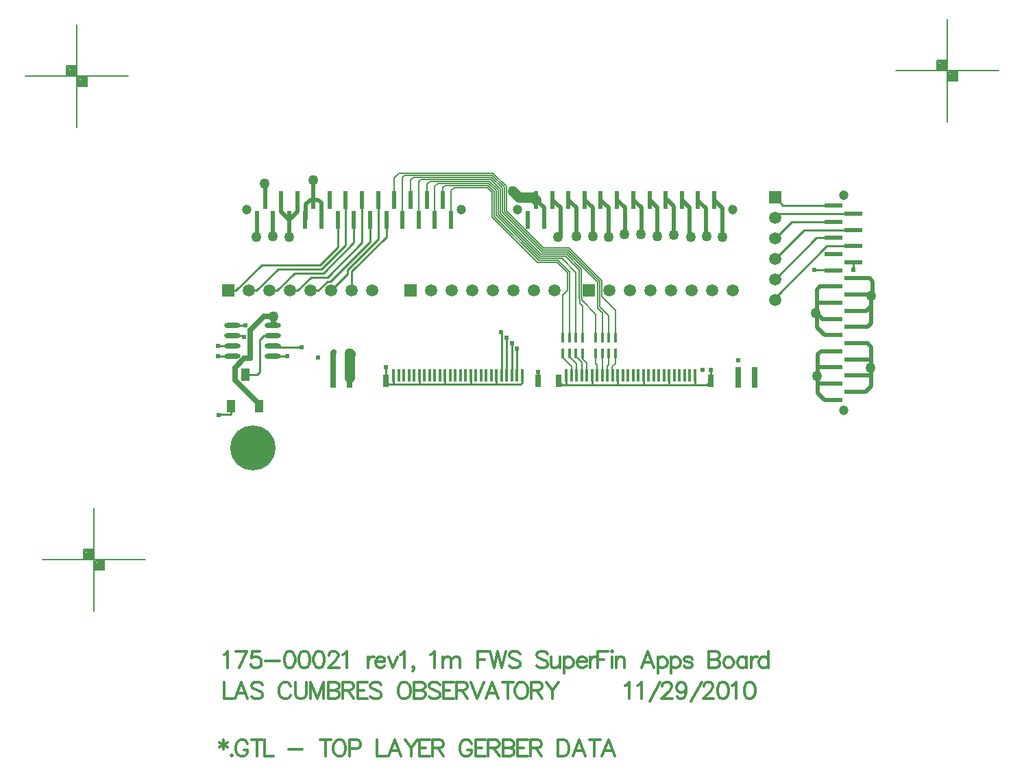
<source format=gtl>
%FSLAX23Y23*%
%MOIN*%
G70*
G01*
G75*
G04 Layer_Physical_Order=1*
G04 Layer_Color=255*
%ADD10O,0.079X0.024*%
%ADD11R,0.017X0.045*%
%ADD12R,0.014X0.060*%
%ADD13R,0.030X0.100*%
%ADD14R,0.031X0.060*%
%ADD15R,0.022X0.085*%
%ADD16R,0.039X0.059*%
%ADD17R,0.085X0.022*%
%ADD18C,0.020*%
%ADD19C,0.010*%
%ADD20C,0.025*%
%ADD21C,0.050*%
%ADD22C,0.005*%
%ADD23C,0.012*%
%ADD24C,0.008*%
%ADD25C,0.012*%
%ADD26C,0.012*%
%ADD27C,0.059*%
%ADD28R,0.059X0.059*%
%ADD29R,0.059X0.059*%
%ADD30C,0.047*%
%ADD31C,0.219*%
%ADD32C,0.050*%
%ADD33C,0.024*%
D10*
X31396Y18696D02*
D03*
Y18746D02*
D03*
Y18796D02*
D03*
Y18846D02*
D03*
X31199Y18696D02*
D03*
Y18746D02*
D03*
Y18796D02*
D03*
Y18846D02*
D03*
D11*
X32807Y18786D02*
D03*
X32839D02*
D03*
X32870D02*
D03*
X32902D02*
D03*
Y18710D02*
D03*
X32870D02*
D03*
X32839D02*
D03*
X32807D02*
D03*
X32967Y18786D02*
D03*
X32999D02*
D03*
X33030D02*
D03*
X33062D02*
D03*
Y18710D02*
D03*
X33030D02*
D03*
X32999D02*
D03*
X32967D02*
D03*
D12*
X31983Y18603D02*
D03*
X32008D02*
D03*
X32033D02*
D03*
X32058D02*
D03*
X32083D02*
D03*
X32108D02*
D03*
X32158D02*
D03*
X32183D02*
D03*
X32208D02*
D03*
X32233D02*
D03*
X32258D02*
D03*
X32283D02*
D03*
X32308D02*
D03*
X32333D02*
D03*
X32358D02*
D03*
X32383D02*
D03*
X32408D02*
D03*
X32433D02*
D03*
X32458D02*
D03*
X32483D02*
D03*
X32508D02*
D03*
X32533D02*
D03*
X32558D02*
D03*
X32583D02*
D03*
X32608D02*
D03*
X32824Y18602D02*
D03*
X32849D02*
D03*
X32874D02*
D03*
X32899D02*
D03*
X32924D02*
D03*
X32949D02*
D03*
X32974D02*
D03*
X32999D02*
D03*
X33024D02*
D03*
X33049D02*
D03*
X33074D02*
D03*
X33099D02*
D03*
X33124D02*
D03*
X33149D02*
D03*
X33174D02*
D03*
X33199D02*
D03*
X33224D02*
D03*
X33249D02*
D03*
X33274D02*
D03*
X33299D02*
D03*
X33324D02*
D03*
X33349D02*
D03*
X33374D02*
D03*
X33399D02*
D03*
X33424D02*
D03*
X33449D02*
D03*
X32133Y18603D02*
D03*
D13*
X31691Y18593D02*
D03*
X31770D02*
D03*
X33740Y18593D02*
D03*
X33661D02*
D03*
D14*
X33526Y18575D02*
D03*
X32786D02*
D03*
X31946D02*
D03*
X32686D02*
D03*
D15*
X31515Y19458D02*
D03*
X31554Y19361D02*
D03*
X31594Y19458D02*
D03*
X31633Y19361D02*
D03*
X31673Y19458D02*
D03*
X31712Y19361D02*
D03*
X31751Y19458D02*
D03*
X31791Y19361D02*
D03*
X31830Y19458D02*
D03*
X31869Y19361D02*
D03*
X31909Y19458D02*
D03*
X31948Y19361D02*
D03*
X31987Y19458D02*
D03*
X32027Y19361D02*
D03*
X32066Y19458D02*
D03*
X32106Y19361D02*
D03*
X32145Y19458D02*
D03*
X32184Y19361D02*
D03*
X32224Y19458D02*
D03*
X32263Y19361D02*
D03*
X31436Y19458D02*
D03*
X31358D02*
D03*
X31476Y19361D02*
D03*
X31397D02*
D03*
X31318D02*
D03*
X32834Y19458D02*
D03*
X32873Y19361D02*
D03*
X32913Y19458D02*
D03*
X32952Y19361D02*
D03*
X32991Y19458D02*
D03*
X33031Y19361D02*
D03*
X33070Y19458D02*
D03*
X33110Y19361D02*
D03*
X33149Y19458D02*
D03*
X33188Y19361D02*
D03*
X33228Y19458D02*
D03*
X33267Y19361D02*
D03*
X33306Y19458D02*
D03*
X33346Y19361D02*
D03*
X33385Y19458D02*
D03*
X33424Y19361D02*
D03*
X33464Y19458D02*
D03*
X33503Y19361D02*
D03*
X33543Y19458D02*
D03*
X33582Y19361D02*
D03*
X32755Y19458D02*
D03*
X32676D02*
D03*
X32795Y19361D02*
D03*
X32716D02*
D03*
X32637D02*
D03*
D16*
X31193Y18454D02*
D03*
X31262Y18608D02*
D03*
X31331Y18454D02*
D03*
D17*
X34221Y19233D02*
D03*
X34124Y19193D02*
D03*
X34221Y19154D02*
D03*
X34124Y19114D02*
D03*
X34221Y19075D02*
D03*
X34124Y19036D02*
D03*
X34221Y18996D02*
D03*
X34124Y18957D02*
D03*
X34221Y18918D02*
D03*
X34124Y18878D02*
D03*
X34221Y18839D02*
D03*
X34124Y18799D02*
D03*
X34221Y18760D02*
D03*
X34124Y18721D02*
D03*
X34221Y18681D02*
D03*
X34124Y18642D02*
D03*
X34221Y18603D02*
D03*
X34124Y18563D02*
D03*
X34221Y18524D02*
D03*
X34124Y18484D02*
D03*
X34221Y19311D02*
D03*
Y19390D02*
D03*
X34124Y19272D02*
D03*
Y19351D02*
D03*
Y19429D02*
D03*
D18*
X33543Y19458D02*
X33582Y19418D01*
Y19276D02*
Y19418D01*
X33464Y19454D02*
Y19458D01*
Y19454D02*
X33503Y19415D01*
X33502Y19286D02*
X33503Y19287D01*
Y19361D01*
Y19415D01*
X33385Y19458D02*
X33424Y19419D01*
X33422Y19286D02*
X33424Y19288D01*
Y19361D01*
Y19419D01*
X33306Y19458D02*
X33315D01*
X33346Y19287D02*
X33347Y19286D01*
X33315Y19458D02*
X33346Y19427D01*
Y19287D02*
Y19361D01*
Y19427D01*
X33228Y19458D02*
X33267Y19419D01*
Y19286D02*
X33267Y19286D01*
X33267Y19286D02*
Y19361D01*
Y19419D01*
X33149Y19458D02*
X33188Y19419D01*
X33187Y19291D02*
X33188Y19292D01*
Y19361D01*
Y19419D01*
X33070Y19458D02*
X33110Y19419D01*
X33107Y19291D02*
X33110Y19293D01*
Y19361D01*
Y19419D01*
X32991Y19458D02*
X33031Y19419D01*
Y19287D02*
Y19361D01*
Y19419D01*
X32913Y19458D02*
X32952Y19419D01*
Y19281D02*
X32952Y19281D01*
X32952Y19281D02*
Y19361D01*
Y19419D01*
X32834Y19458D02*
X32873Y19419D01*
X32872Y19281D02*
X32873Y19282D01*
Y19361D01*
Y19419D01*
X32755Y19458D02*
X32795Y19419D01*
Y19288D02*
Y19361D01*
Y19419D01*
X32676Y19458D02*
X32716Y19419D01*
Y19361D02*
Y19419D01*
X34307Y18991D02*
X34312Y18996D01*
Y19061D01*
X34221Y19075D02*
X34298D01*
X34312Y19061D01*
X34221Y18996D02*
X34302D01*
X34307Y18991D01*
X34221Y18918D02*
X34284D01*
X34221Y18839D02*
X34290D01*
X34307Y18856D01*
X34284Y18918D02*
X34307Y18941D01*
Y18856D02*
Y18941D01*
Y18991D01*
X34079Y18799D02*
X34124D01*
X34042Y18836D02*
X34079Y18799D01*
X34057Y19036D02*
X34124D01*
X34042Y19021D02*
X34057Y19036D01*
X34043Y18957D02*
X34124D01*
X34042Y18956D02*
X34043Y18957D01*
X34042Y18956D02*
Y19021D01*
X34070Y18878D02*
X34124D01*
X34042Y18906D02*
X34070Y18878D01*
X34042Y18836D02*
Y18906D01*
Y18956D01*
X34079Y18484D02*
X34124D01*
X34047Y18516D02*
X34079Y18484D01*
X34062Y18721D02*
X34124D01*
X34047Y18706D02*
X34062Y18721D01*
X34048Y18642D02*
X34124D01*
X34047Y18641D02*
Y18706D01*
Y18641D02*
X34048Y18642D01*
X34050Y18563D02*
X34124D01*
X34047Y18516D02*
Y18561D01*
Y18641D01*
Y18561D02*
X34050Y18563D01*
X34221Y18524D02*
X34280D01*
X34307Y18551D01*
X34221Y18760D02*
X34288D01*
X34307Y18741D01*
X34221Y18681D02*
X34303D01*
X34307Y18686D02*
Y18741D01*
X34303Y18681D02*
X34307Y18686D01*
X34221Y18603D02*
X34300D01*
X34307Y18596D01*
Y18551D02*
Y18596D01*
Y18686D01*
X31397Y19281D02*
Y19361D01*
Y19281D02*
X31397Y19281D01*
X31318Y19277D02*
Y19361D01*
X31317Y19276D02*
X31318Y19277D01*
X31358Y19458D02*
Y19536D01*
X31357Y19536D02*
X31358Y19536D01*
X31475Y19276D02*
Y19361D01*
X31515Y19401D02*
Y19458D01*
X31475Y19361D02*
X31476Y19361D01*
X31515Y19401D01*
X31436D02*
X31476Y19361D01*
X31436Y19401D02*
Y19458D01*
X31594Y19458D02*
Y19554D01*
X31594Y19458D02*
X31594Y19458D01*
X31594Y19458D02*
X31616D01*
X31632Y19442D01*
Y19362D02*
Y19442D01*
Y19362D02*
X31633Y19361D01*
X31578Y19458D02*
X31594D01*
X31556Y19436D02*
X31578Y19458D01*
X31556Y19363D02*
Y19436D01*
X31554Y19361D02*
X31556Y19363D01*
X32782Y19276D02*
X32795Y19288D01*
X33422Y19286D02*
X33431Y19277D01*
X33502Y19286D02*
X33507Y19281D01*
D19*
X33838Y19469D02*
X33877Y19429D01*
X34124D01*
X33859Y19390D02*
X34221D01*
X33838Y19369D02*
X33859Y19390D01*
X33920Y19351D02*
X34124D01*
X33838Y19269D02*
X33920Y19351D01*
X33980Y19311D02*
X34221D01*
X33838Y19169D02*
X33980Y19311D01*
X34041Y19272D02*
X34124D01*
X33838Y19069D02*
X34041Y19272D01*
X34089Y19233D02*
X34221D01*
X33838Y18981D02*
X34089Y19233D01*
X33838Y18969D02*
Y18981D01*
X31948Y19277D02*
Y19361D01*
X31780Y19016D02*
Y19109D01*
X31948Y19277D01*
X31909Y19266D02*
Y19458D01*
X31760Y19117D02*
X31909Y19266D01*
X31760Y19096D02*
Y19117D01*
X31680Y19016D02*
X31760Y19096D01*
X31869Y19254D02*
Y19361D01*
X31662Y19061D02*
X31675D01*
X31617Y19016D02*
X31662Y19061D01*
X31580Y19016D02*
X31617D01*
X31675Y19061D02*
X31869Y19254D01*
X31830Y19249D02*
Y19458D01*
X31582Y19081D02*
X31662D01*
X31517Y19016D02*
X31582Y19081D01*
X31480Y19016D02*
X31517D01*
X31662Y19081D02*
X31830Y19249D01*
X31791Y19249D02*
Y19361D01*
X31502Y19101D02*
X31642D01*
X31417Y19016D02*
X31502Y19101D01*
X31380Y19016D02*
X31417D01*
X31642Y19101D02*
X31791Y19249D01*
X31751Y19238D02*
Y19458D01*
X31422Y19121D02*
X31634D01*
X31317Y19016D02*
X31422Y19121D01*
X31280Y19016D02*
X31317D01*
X31634Y19121D02*
X31751Y19238D01*
X31712Y19227D02*
Y19361D01*
X31625Y19141D02*
X31712Y19227D01*
X31342Y19141D02*
X31625D01*
X31217Y19016D02*
X31342Y19141D01*
X31180Y19016D02*
X31217D01*
X31199Y18846D02*
X31262D01*
X31252Y18796D02*
X31257Y18791D01*
X31199Y18796D02*
X31252D01*
X31401Y18741D02*
X31537D01*
X31396Y18746D02*
X31401Y18741D01*
X31396Y18696D02*
X31467D01*
X31352Y18796D02*
X31396D01*
X31332Y18776D02*
X31352Y18796D01*
X33525Y18575D02*
Y18631D01*
X33525Y18631D01*
X33507Y18557D02*
X33525Y18575D01*
X32785D02*
X32803Y18557D01*
X32823Y18559D02*
Y18603D01*
X32803Y18557D02*
X32825D01*
X32823Y18559D02*
X32825Y18557D01*
X32948Y18558D02*
Y18603D01*
X32825Y18557D02*
X32947D01*
X32948Y18558D01*
X33073Y18558D02*
Y18603D01*
X32947Y18557D02*
X33074D01*
X33073Y18558D02*
X33074Y18557D01*
X33198Y18559D02*
Y18603D01*
X33074Y18557D02*
X33196D01*
X33198Y18559D01*
X33323Y18559D02*
Y18603D01*
X33196Y18557D02*
X33325D01*
X33323Y18559D02*
X33325Y18557D01*
X33448Y18559D02*
Y18603D01*
X33325Y18557D02*
X33450D01*
X33507D01*
X33448Y18559D02*
X33450Y18557D01*
X32685Y18621D02*
X32685Y18621D01*
X31128Y18746D02*
X31199D01*
X31130Y18696D02*
X31199D01*
X31129Y18695D02*
X31130Y18696D01*
X31135Y18414D02*
X31193D01*
X31132Y18411D02*
X31135Y18414D01*
X31332Y18621D02*
Y18776D01*
X31262Y18608D02*
X31319D01*
X31332Y18621D01*
X31193Y18414D02*
Y18454D01*
X34220Y19115D02*
Y19153D01*
X34221Y19154D01*
X34030Y19116D02*
X34123D01*
X34124Y19114D01*
X32583Y18603D02*
Y18732D01*
X32583Y18732D02*
X32583Y18732D01*
X32558Y18603D02*
Y18759D01*
X32558Y18759D02*
X32558Y18759D01*
X32533Y18603D02*
Y18785D01*
X32534Y18786D01*
X32508Y18603D02*
Y18812D01*
X32507Y18813D02*
X32508Y18812D01*
X32608Y18602D02*
X32608Y18603D01*
X32600Y18560D02*
X32608Y18567D01*
Y18602D01*
X31945Y18575D02*
X31960Y18560D01*
X31945Y18575D02*
Y18643D01*
X31983Y18560D02*
Y18603D01*
X31960Y18560D02*
X31983D01*
X32600D01*
X31983D02*
X31983Y18560D01*
X32108D02*
Y18603D01*
X32233Y18560D02*
Y18603D01*
X32358Y18560D02*
Y18603D01*
X32483Y18560D02*
Y18603D01*
X32686Y18575D02*
Y18620D01*
X32685Y18621D02*
X32686Y18620D01*
D20*
X31398Y18848D02*
Y18889D01*
X31396Y18846D02*
X31398Y18848D01*
X31372Y18889D02*
X31398D01*
X31371Y18890D02*
X31372Y18889D01*
X31352Y18890D02*
X31371D01*
X31287Y18824D02*
X31352Y18890D01*
X31287Y18685D02*
Y18824D01*
X31257Y18685D02*
X31287D01*
X31212Y18640D02*
X31257Y18685D01*
X31212Y18581D02*
X31331Y18462D01*
Y18454D02*
Y18462D01*
X31212Y18581D02*
Y18640D01*
X31691Y18593D02*
Y18712D01*
X31694Y18715D01*
D21*
X32664Y19471D02*
X32676Y19458D01*
X32592Y19471D02*
X32664D01*
X32564Y19499D02*
X32592Y19471D01*
X31770Y18593D02*
Y18706D01*
X31772Y18708D01*
X31771Y18709D02*
X31772Y18708D01*
X31771Y18709D02*
Y18710D01*
D22*
X31987Y19458D02*
Y19564D01*
X32011Y19588D01*
X32467D01*
X32532Y19403D02*
Y19523D01*
Y19403D02*
X32713Y19222D01*
X32837D01*
X32995Y19064D01*
Y18988D02*
Y19064D01*
Y18988D02*
X33062Y18921D01*
Y18786D02*
Y18921D01*
X32467Y19588D02*
X32532Y19523D01*
X32027Y19361D02*
Y19568D01*
X32036Y19578D01*
X32522Y19399D02*
Y19519D01*
X32709Y19212D02*
X32833D01*
X32985Y19060D01*
Y18937D02*
Y19060D01*
Y18937D02*
X33030Y18892D01*
Y18786D02*
Y18892D01*
X32036Y19578D02*
X32463D01*
X32522Y19519D01*
Y19399D02*
X32709Y19212D01*
X32066Y19458D02*
Y19554D01*
X32080Y19568D01*
X32459D01*
X32705Y19202D02*
X32829D01*
X32975Y19055D01*
Y18931D02*
Y19055D01*
Y18931D02*
X32999Y18908D01*
Y18786D02*
Y18908D01*
X32459Y19568D02*
X32512Y19515D01*
Y19395D02*
Y19515D01*
Y19395D02*
X32705Y19202D01*
X32106Y19361D02*
Y19548D01*
X32115Y19558D01*
X32455D01*
X32502Y19390D02*
Y19511D01*
X32700Y19192D02*
X32825D01*
X32895Y18982D02*
Y19121D01*
Y18982D02*
X32898Y18979D01*
Y18970D02*
Y18979D01*
Y18970D02*
X32967Y18901D01*
Y18786D02*
Y18901D01*
X32455Y19558D02*
X32502Y19511D01*
Y19390D02*
X32700Y19192D01*
X32825D02*
X32895Y19121D01*
X32145Y19458D02*
Y19533D01*
X32159Y19548D01*
X32451D01*
X32492Y19386D02*
Y19507D01*
X32820Y19182D02*
X32885Y19117D01*
Y18978D02*
Y19117D01*
Y18978D02*
X32888Y18975D01*
Y18952D02*
X32902Y18939D01*
Y18786D02*
Y18939D01*
X32451Y19548D02*
X32492Y19507D01*
Y19386D02*
X32696Y19182D01*
X32820D01*
X32888Y18952D02*
Y18975D01*
X32184Y19361D02*
Y19524D01*
X32198Y19538D01*
X32447D01*
X32482Y19382D02*
Y19503D01*
X32692Y19172D02*
X32802D01*
X32870Y19104D01*
Y18786D02*
Y19104D01*
X32447Y19538D02*
X32482Y19503D01*
Y19382D02*
X32692Y19172D01*
X32224Y19458D02*
Y19517D01*
X32233Y19527D01*
X32270D01*
X32271Y19528D01*
X32442D01*
X32472Y19378D02*
Y19498D01*
X32688Y19162D02*
X32783D01*
X32839Y19106D01*
Y18786D02*
Y19106D01*
X32442Y19528D02*
X32472Y19498D01*
Y19378D02*
X32688Y19162D01*
X32263Y19361D02*
Y19502D01*
X32279Y19518D01*
X32438D01*
X32462Y19494D01*
Y19374D02*
Y19494D01*
X32829Y19016D02*
Y19102D01*
X32807Y18994D02*
X32829Y19016D01*
X32807Y18786D02*
Y18994D01*
X32462Y19374D02*
X32684Y19152D01*
X32779D01*
X32829Y19102D01*
X33062Y18659D02*
Y18710D01*
X33047Y18645D02*
X33062Y18659D01*
X33047Y18603D02*
Y18645D01*
Y18603D02*
X33049Y18602D01*
X33030Y18655D02*
Y18710D01*
X33023Y18648D02*
X33030Y18655D01*
X33023Y18602D02*
Y18648D01*
Y18602D02*
X33024Y18602D01*
X32999Y18602D02*
Y18710D01*
X32999Y18602D02*
X32999Y18602D01*
X32967Y18659D02*
Y18710D01*
X32974Y18602D02*
Y18652D01*
X32967Y18659D02*
X32974Y18652D01*
X32902Y18684D02*
Y18710D01*
X32924Y18602D02*
Y18662D01*
X32902Y18684D02*
X32924Y18662D01*
X32870Y18696D02*
Y18710D01*
X32899Y18602D02*
Y18667D01*
X32870Y18696D02*
X32899Y18667D01*
X32839Y18694D02*
Y18710D01*
X32874Y18602D02*
Y18659D01*
X32839Y18694D02*
X32874Y18659D01*
X32807Y18689D02*
Y18710D01*
X32849Y18602D02*
Y18647D01*
X32807Y18689D02*
X32849Y18647D01*
D23*
X31156Y16829D02*
Y16783D01*
X31137Y16817D02*
X31175Y16794D01*
Y16817D02*
X31137Y16794D01*
X31196Y16756D02*
X31192Y16753D01*
X31196Y16749D01*
X31199Y16753D01*
X31196Y16756D01*
X31274Y16810D02*
X31270Y16817D01*
X31263Y16825D01*
X31255Y16829D01*
X31240D01*
X31232Y16825D01*
X31224Y16817D01*
X31221Y16810D01*
X31217Y16798D01*
Y16779D01*
X31221Y16768D01*
X31224Y16760D01*
X31232Y16753D01*
X31240Y16749D01*
X31255D01*
X31263Y16753D01*
X31270Y16760D01*
X31274Y16768D01*
Y16779D01*
X31255D02*
X31274D01*
X31319Y16829D02*
Y16749D01*
X31292Y16829D02*
X31346D01*
X31355D02*
Y16749D01*
X31401D01*
X31472Y16783D02*
X31541D01*
X31654Y16829D02*
Y16749D01*
X31627Y16829D02*
X31681D01*
X31713D02*
X31706Y16825D01*
X31698Y16817D01*
X31694Y16810D01*
X31690Y16798D01*
Y16779D01*
X31694Y16768D01*
X31698Y16760D01*
X31706Y16753D01*
X31713Y16749D01*
X31728D01*
X31736Y16753D01*
X31744Y16760D01*
X31747Y16768D01*
X31751Y16779D01*
Y16798D01*
X31747Y16810D01*
X31744Y16817D01*
X31736Y16825D01*
X31728Y16829D01*
X31713D01*
X31770Y16787D02*
X31804D01*
X31816Y16791D01*
X31819Y16794D01*
X31823Y16802D01*
Y16814D01*
X31819Y16821D01*
X31816Y16825D01*
X31804Y16829D01*
X31770D01*
Y16749D01*
X31904Y16829D02*
Y16749D01*
X31950D01*
X32019D02*
X31989Y16829D01*
X31958Y16749D01*
X31970Y16775D02*
X32008D01*
X32038Y16829D02*
X32068Y16791D01*
Y16749D01*
X32099Y16829D02*
X32068Y16791D01*
X32159Y16829D02*
X32109D01*
Y16749D01*
X32159D01*
X32109Y16791D02*
X32140D01*
X32172Y16829D02*
Y16749D01*
Y16829D02*
X32206D01*
X32218Y16825D01*
X32222Y16821D01*
X32225Y16814D01*
Y16806D01*
X32222Y16798D01*
X32218Y16794D01*
X32206Y16791D01*
X32172D01*
X32199D02*
X32225Y16749D01*
X32363Y16810D02*
X32359Y16817D01*
X32352Y16825D01*
X32344Y16829D01*
X32329D01*
X32321Y16825D01*
X32314Y16817D01*
X32310Y16810D01*
X32306Y16798D01*
Y16779D01*
X32310Y16768D01*
X32314Y16760D01*
X32321Y16753D01*
X32329Y16749D01*
X32344D01*
X32352Y16753D01*
X32359Y16760D01*
X32363Y16768D01*
Y16779D01*
X32344D02*
X32363D01*
X32431Y16829D02*
X32382D01*
Y16749D01*
X32431D01*
X32382Y16791D02*
X32412D01*
X32444Y16829D02*
Y16749D01*
Y16829D02*
X32479D01*
X32490Y16825D01*
X32494Y16821D01*
X32498Y16814D01*
Y16806D01*
X32494Y16798D01*
X32490Y16794D01*
X32479Y16791D01*
X32444D01*
X32471D02*
X32498Y16749D01*
X32516Y16829D02*
Y16749D01*
Y16829D02*
X32550D01*
X32561Y16825D01*
X32565Y16821D01*
X32569Y16814D01*
Y16806D01*
X32565Y16798D01*
X32561Y16794D01*
X32550Y16791D01*
X32516D02*
X32550D01*
X32561Y16787D01*
X32565Y16783D01*
X32569Y16775D01*
Y16764D01*
X32565Y16756D01*
X32561Y16753D01*
X32550Y16749D01*
X32516D01*
X32636Y16829D02*
X32587D01*
Y16749D01*
X32636D01*
X32587Y16791D02*
X32617D01*
X32650Y16829D02*
Y16749D01*
Y16829D02*
X32684D01*
X32695Y16825D01*
X32699Y16821D01*
X32703Y16814D01*
Y16806D01*
X32699Y16798D01*
X32695Y16794D01*
X32684Y16791D01*
X32650D01*
X32676D02*
X32703Y16749D01*
X32784Y16829D02*
Y16749D01*
Y16829D02*
X32810D01*
X32822Y16825D01*
X32829Y16817D01*
X32833Y16810D01*
X32837Y16798D01*
Y16779D01*
X32833Y16768D01*
X32829Y16760D01*
X32822Y16753D01*
X32810Y16749D01*
X32784D01*
X32916D02*
X32885Y16829D01*
X32855Y16749D01*
X32866Y16775D02*
X32904D01*
X32961Y16829D02*
Y16749D01*
X32935Y16829D02*
X32988D01*
X33058Y16749D02*
X33028Y16829D01*
X32997Y16749D01*
X33009Y16775D02*
X33047D01*
D24*
X34427Y20086D02*
X34927D01*
X34677Y19836D02*
Y20336D01*
X34627Y20086D02*
Y20136D01*
X34677D01*
X34727Y20036D02*
Y20086D01*
X34677Y20036D02*
X34727D01*
X34682Y20081D02*
X34722D01*
Y20041D02*
Y20081D01*
X34682Y20041D02*
X34722D01*
X34682D02*
Y20081D01*
X34687Y20076D02*
X34717D01*
Y20046D02*
Y20076D01*
X34687Y20046D02*
X34717D01*
X34687D02*
Y20071D01*
X34692D02*
X34712D01*
Y20051D02*
Y20071D01*
X34692Y20051D02*
X34712D01*
X34692D02*
Y20066D01*
X34697D02*
X34707D01*
Y20056D02*
Y20066D01*
X34697Y20056D02*
X34707D01*
X34697D02*
Y20066D01*
Y20061D02*
X34707D01*
X34632Y20131D02*
X34672D01*
Y20091D02*
Y20131D01*
X34632Y20091D02*
X34672D01*
X34632D02*
Y20131D01*
X34637Y20126D02*
X34667D01*
Y20096D02*
Y20126D01*
X34637Y20096D02*
X34667D01*
X34637D02*
Y20121D01*
X34642D02*
X34662D01*
Y20101D02*
Y20121D01*
X34642Y20101D02*
X34662D01*
X34642D02*
Y20116D01*
X34647D02*
X34657D01*
Y20106D02*
Y20116D01*
X34647Y20106D02*
X34657D01*
X34647D02*
Y20116D01*
Y20111D02*
X34657D01*
X30192Y20061D02*
X30692D01*
X30442Y19811D02*
Y20311D01*
X30392Y20061D02*
Y20111D01*
X30442D01*
X30492Y20011D02*
Y20061D01*
X30442Y20011D02*
X30492D01*
X30447Y20056D02*
X30487D01*
Y20016D02*
Y20056D01*
X30447Y20016D02*
X30487D01*
X30447D02*
Y20056D01*
X30452Y20051D02*
X30482D01*
Y20021D02*
Y20051D01*
X30452Y20021D02*
X30482D01*
X30452D02*
Y20046D01*
X30457D02*
X30477D01*
Y20026D02*
Y20046D01*
X30457Y20026D02*
X30477D01*
X30457D02*
Y20041D01*
X30462D02*
X30472D01*
Y20031D02*
Y20041D01*
X30462Y20031D02*
X30472D01*
X30462D02*
Y20041D01*
Y20036D02*
X30472D01*
X30397Y20106D02*
X30437D01*
Y20066D02*
Y20106D01*
X30397Y20066D02*
X30437D01*
X30397D02*
Y20106D01*
X30402Y20101D02*
X30432D01*
Y20071D02*
Y20101D01*
X30402Y20071D02*
X30432D01*
X30402D02*
Y20096D01*
X30407D02*
X30427D01*
Y20076D02*
Y20096D01*
X30407Y20076D02*
X30427D01*
X30407D02*
Y20091D01*
X30412D02*
X30422D01*
Y20081D02*
Y20091D01*
X30412Y20081D02*
X30422D01*
X30412D02*
Y20091D01*
Y20086D02*
X30422D01*
X30277Y17706D02*
X30777D01*
X30527Y17456D02*
Y17956D01*
X30477Y17706D02*
Y17756D01*
X30527D01*
X30577Y17656D02*
Y17706D01*
X30527Y17656D02*
X30577D01*
X30532Y17701D02*
X30572D01*
Y17661D02*
Y17701D01*
X30532Y17661D02*
X30572D01*
X30532D02*
Y17701D01*
X30537Y17696D02*
X30567D01*
Y17666D02*
Y17696D01*
X30537Y17666D02*
X30567D01*
X30537D02*
Y17691D01*
X30542D02*
X30562D01*
Y17671D02*
Y17691D01*
X30542Y17671D02*
X30562D01*
X30542D02*
Y17686D01*
X30547D02*
X30557D01*
Y17676D02*
Y17686D01*
X30547Y17676D02*
X30557D01*
X30547D02*
Y17686D01*
Y17681D02*
X30557D01*
X30482Y17751D02*
X30522D01*
Y17711D02*
Y17751D01*
X30482Y17711D02*
X30522D01*
X30482D02*
Y17751D01*
X30487Y17746D02*
X30517D01*
Y17716D02*
Y17746D01*
X30487Y17716D02*
X30517D01*
X30487D02*
Y17741D01*
X30492D02*
X30512D01*
Y17721D02*
Y17741D01*
X30492Y17721D02*
X30512D01*
X30492D02*
Y17736D01*
X30497D02*
X30507D01*
Y17726D02*
Y17736D01*
X30497Y17726D02*
X30507D01*
X30497D02*
Y17736D01*
Y17731D02*
X30507D01*
D25*
X31158Y17244D02*
X31166Y17248D01*
X31177Y17259D01*
Y17179D01*
X31270Y17259D02*
X31232Y17179D01*
X31217Y17259D02*
X31270D01*
X31334D02*
X31296D01*
X31292Y17225D01*
X31296Y17229D01*
X31307Y17233D01*
X31319D01*
X31330Y17229D01*
X31338Y17221D01*
X31341Y17210D01*
Y17202D01*
X31338Y17191D01*
X31330Y17183D01*
X31319Y17179D01*
X31307D01*
X31296Y17183D01*
X31292Y17187D01*
X31288Y17195D01*
X31359Y17214D02*
X31428D01*
X31474Y17259D02*
X31463Y17256D01*
X31455Y17244D01*
X31452Y17225D01*
Y17214D01*
X31455Y17195D01*
X31463Y17183D01*
X31474Y17179D01*
X31482D01*
X31493Y17183D01*
X31501Y17195D01*
X31505Y17214D01*
Y17225D01*
X31501Y17244D01*
X31493Y17256D01*
X31482Y17259D01*
X31474D01*
X31546D02*
X31534Y17256D01*
X31527Y17244D01*
X31523Y17225D01*
Y17214D01*
X31527Y17195D01*
X31534Y17183D01*
X31546Y17179D01*
X31553D01*
X31565Y17183D01*
X31572Y17195D01*
X31576Y17214D01*
Y17225D01*
X31572Y17244D01*
X31565Y17256D01*
X31553Y17259D01*
X31546D01*
X31617D02*
X31605Y17256D01*
X31598Y17244D01*
X31594Y17225D01*
Y17214D01*
X31598Y17195D01*
X31605Y17183D01*
X31617Y17179D01*
X31624D01*
X31636Y17183D01*
X31644Y17195D01*
X31647Y17214D01*
Y17225D01*
X31644Y17244D01*
X31636Y17256D01*
X31624Y17259D01*
X31617D01*
X31669Y17240D02*
Y17244D01*
X31673Y17252D01*
X31677Y17256D01*
X31684Y17259D01*
X31700D01*
X31707Y17256D01*
X31711Y17252D01*
X31715Y17244D01*
Y17237D01*
X31711Y17229D01*
X31703Y17217D01*
X31665Y17179D01*
X31719D01*
X31736Y17244D02*
X31744Y17248D01*
X31755Y17259D01*
Y17179D01*
X31858Y17233D02*
Y17179D01*
Y17210D02*
X31862Y17221D01*
X31869Y17229D01*
X31877Y17233D01*
X31888D01*
X31896Y17210D02*
X31941D01*
Y17217D01*
X31938Y17225D01*
X31934Y17229D01*
X31926Y17233D01*
X31915D01*
X31907Y17229D01*
X31899Y17221D01*
X31896Y17210D01*
Y17202D01*
X31899Y17191D01*
X31907Y17183D01*
X31915Y17179D01*
X31926D01*
X31934Y17183D01*
X31941Y17191D01*
X31958Y17233D02*
X31981Y17179D01*
X32004Y17233D02*
X31981Y17179D01*
X32017Y17244D02*
X32025Y17248D01*
X32036Y17259D01*
Y17179D01*
X32083Y17183D02*
X32080Y17179D01*
X32076Y17183D01*
X32080Y17187D01*
X32083Y17183D01*
Y17176D01*
X32080Y17168D01*
X32076Y17164D01*
X32164Y17244D02*
X32171Y17248D01*
X32183Y17259D01*
Y17179D01*
X32222Y17233D02*
Y17179D01*
Y17217D02*
X32234Y17229D01*
X32241Y17233D01*
X32253D01*
X32261Y17229D01*
X32264Y17217D01*
Y17179D01*
Y17217D02*
X32276Y17229D01*
X32283Y17233D01*
X32295D01*
X32302Y17229D01*
X32306Y17217D01*
Y17179D01*
X32394Y17259D02*
Y17179D01*
Y17259D02*
X32444D01*
X32394Y17221D02*
X32425D01*
X32453Y17259D02*
X32472Y17179D01*
X32491Y17259D02*
X32472Y17179D01*
X32491Y17259D02*
X32510Y17179D01*
X32529Y17259D02*
X32510Y17179D01*
X32598Y17248D02*
X32591Y17256D01*
X32579Y17259D01*
X32564D01*
X32553Y17256D01*
X32545Y17248D01*
Y17240D01*
X32549Y17233D01*
X32553Y17229D01*
X32560Y17225D01*
X32583Y17217D01*
X32591Y17214D01*
X32595Y17210D01*
X32598Y17202D01*
Y17191D01*
X32591Y17183D01*
X32579Y17179D01*
X32564D01*
X32553Y17183D01*
X32545Y17191D01*
X32732Y17248D02*
X32725Y17256D01*
X32713Y17259D01*
X32698D01*
X32687Y17256D01*
X32679Y17248D01*
Y17240D01*
X32683Y17233D01*
X32687Y17229D01*
X32694Y17225D01*
X32717Y17217D01*
X32725Y17214D01*
X32729Y17210D01*
X32732Y17202D01*
Y17191D01*
X32725Y17183D01*
X32713Y17179D01*
X32698D01*
X32687Y17183D01*
X32679Y17191D01*
X32750Y17233D02*
Y17195D01*
X32754Y17183D01*
X32762Y17179D01*
X32773D01*
X32781Y17183D01*
X32792Y17195D01*
Y17233D02*
Y17179D01*
X32813Y17233D02*
Y17153D01*
Y17221D02*
X32821Y17229D01*
X32828Y17233D01*
X32840D01*
X32847Y17229D01*
X32855Y17221D01*
X32859Y17210D01*
Y17202D01*
X32855Y17191D01*
X32847Y17183D01*
X32840Y17179D01*
X32828D01*
X32821Y17183D01*
X32813Y17191D01*
X32876Y17210D02*
X32922D01*
Y17217D01*
X32918Y17225D01*
X32914Y17229D01*
X32906Y17233D01*
X32895D01*
X32887Y17229D01*
X32880Y17221D01*
X32876Y17210D01*
Y17202D01*
X32880Y17191D01*
X32887Y17183D01*
X32895Y17179D01*
X32906D01*
X32914Y17183D01*
X32922Y17191D01*
X32939Y17233D02*
Y17179D01*
Y17210D02*
X32943Y17221D01*
X32950Y17229D01*
X32958Y17233D01*
X32969D01*
X32977Y17259D02*
Y17179D01*
Y17259D02*
X33026D01*
X32977Y17221D02*
X33007D01*
X33043Y17259D02*
X33047Y17256D01*
X33050Y17259D01*
X33047Y17263D01*
X33043Y17259D01*
X33047Y17233D02*
Y17179D01*
X33065Y17233D02*
Y17179D01*
Y17217D02*
X33076Y17229D01*
X33084Y17233D01*
X33095D01*
X33103Y17229D01*
X33106Y17217D01*
Y17179D01*
X33251D02*
X33221Y17259D01*
X33190Y17179D01*
X33202Y17206D02*
X33240D01*
X33270Y17233D02*
Y17153D01*
Y17221D02*
X33277Y17229D01*
X33285Y17233D01*
X33297D01*
X33304Y17229D01*
X33312Y17221D01*
X33316Y17210D01*
Y17202D01*
X33312Y17191D01*
X33304Y17183D01*
X33297Y17179D01*
X33285D01*
X33277Y17183D01*
X33270Y17191D01*
X33333Y17233D02*
Y17153D01*
Y17221D02*
X33340Y17229D01*
X33348Y17233D01*
X33359D01*
X33367Y17229D01*
X33375Y17221D01*
X33378Y17210D01*
Y17202D01*
X33375Y17191D01*
X33367Y17183D01*
X33359Y17179D01*
X33348D01*
X33340Y17183D01*
X33333Y17191D01*
X33437Y17221D02*
X33434Y17229D01*
X33422Y17233D01*
X33411D01*
X33399Y17229D01*
X33396Y17221D01*
X33399Y17214D01*
X33407Y17210D01*
X33426Y17206D01*
X33434Y17202D01*
X33437Y17195D01*
Y17191D01*
X33434Y17183D01*
X33422Y17179D01*
X33411D01*
X33399Y17183D01*
X33396Y17191D01*
X33517Y17259D02*
Y17179D01*
Y17259D02*
X33551D01*
X33563Y17256D01*
X33567Y17252D01*
X33570Y17244D01*
Y17237D01*
X33567Y17229D01*
X33563Y17225D01*
X33551Y17221D01*
X33517D02*
X33551D01*
X33563Y17217D01*
X33567Y17214D01*
X33570Y17206D01*
Y17195D01*
X33567Y17187D01*
X33563Y17183D01*
X33551Y17179D01*
X33517D01*
X33607Y17233D02*
X33600Y17229D01*
X33592Y17221D01*
X33588Y17210D01*
Y17202D01*
X33592Y17191D01*
X33600Y17183D01*
X33607Y17179D01*
X33619D01*
X33626Y17183D01*
X33634Y17191D01*
X33638Y17202D01*
Y17210D01*
X33634Y17221D01*
X33626Y17229D01*
X33619Y17233D01*
X33607D01*
X33701D02*
Y17179D01*
Y17221D02*
X33693Y17229D01*
X33686Y17233D01*
X33674D01*
X33667Y17229D01*
X33659Y17221D01*
X33655Y17210D01*
Y17202D01*
X33659Y17191D01*
X33667Y17183D01*
X33674Y17179D01*
X33686D01*
X33693Y17183D01*
X33701Y17191D01*
X33722Y17233D02*
Y17179D01*
Y17210D02*
X33726Y17221D01*
X33734Y17229D01*
X33741Y17233D01*
X33753D01*
X33806Y17259D02*
Y17179D01*
Y17221D02*
X33798Y17229D01*
X33790Y17233D01*
X33779D01*
X33771Y17229D01*
X33764Y17221D01*
X33760Y17210D01*
Y17202D01*
X33764Y17191D01*
X33771Y17183D01*
X33779Y17179D01*
X33790D01*
X33798Y17183D01*
X33806Y17191D01*
D26*
X31158Y17109D02*
Y17029D01*
X31204D01*
X31274D02*
X31243Y17109D01*
X31213Y17029D01*
X31224Y17056D02*
X31262D01*
X31346Y17098D02*
X31338Y17106D01*
X31327Y17109D01*
X31311D01*
X31300Y17106D01*
X31292Y17098D01*
Y17090D01*
X31296Y17083D01*
X31300Y17079D01*
X31308Y17075D01*
X31330Y17067D01*
X31338Y17064D01*
X31342Y17060D01*
X31346Y17052D01*
Y17041D01*
X31338Y17033D01*
X31327Y17029D01*
X31311D01*
X31300Y17033D01*
X31292Y17041D01*
X31484Y17090D02*
X31480Y17098D01*
X31472Y17106D01*
X31465Y17109D01*
X31449D01*
X31442Y17106D01*
X31434Y17098D01*
X31430Y17090D01*
X31426Y17079D01*
Y17060D01*
X31430Y17048D01*
X31434Y17041D01*
X31442Y17033D01*
X31449Y17029D01*
X31465D01*
X31472Y17033D01*
X31480Y17041D01*
X31484Y17048D01*
X31506Y17109D02*
Y17052D01*
X31510Y17041D01*
X31517Y17033D01*
X31529Y17029D01*
X31536D01*
X31548Y17033D01*
X31556Y17041D01*
X31559Y17052D01*
Y17109D01*
X31581D02*
Y17029D01*
Y17109D02*
X31612Y17029D01*
X31642Y17109D02*
X31612Y17029D01*
X31642Y17109D02*
Y17029D01*
X31665Y17109D02*
Y17029D01*
Y17109D02*
X31700D01*
X31711Y17106D01*
X31715Y17102D01*
X31719Y17094D01*
Y17086D01*
X31715Y17079D01*
X31711Y17075D01*
X31700Y17071D01*
X31665D02*
X31700D01*
X31711Y17067D01*
X31715Y17064D01*
X31719Y17056D01*
Y17045D01*
X31715Y17037D01*
X31711Y17033D01*
X31700Y17029D01*
X31665D01*
X31736Y17109D02*
Y17029D01*
Y17109D02*
X31771D01*
X31782Y17106D01*
X31786Y17102D01*
X31790Y17094D01*
Y17086D01*
X31786Y17079D01*
X31782Y17075D01*
X31771Y17071D01*
X31736D01*
X31763D02*
X31790Y17029D01*
X31857Y17109D02*
X31808D01*
Y17029D01*
X31857D01*
X31808Y17071D02*
X31838D01*
X31924Y17098D02*
X31916Y17106D01*
X31905Y17109D01*
X31890D01*
X31878Y17106D01*
X31871Y17098D01*
Y17090D01*
X31874Y17083D01*
X31878Y17079D01*
X31886Y17075D01*
X31909Y17067D01*
X31916Y17064D01*
X31920Y17060D01*
X31924Y17052D01*
Y17041D01*
X31916Y17033D01*
X31905Y17029D01*
X31890D01*
X31878Y17033D01*
X31871Y17041D01*
X32027Y17109D02*
X32020Y17106D01*
X32012Y17098D01*
X32008Y17090D01*
X32005Y17079D01*
Y17060D01*
X32008Y17048D01*
X32012Y17041D01*
X32020Y17033D01*
X32027Y17029D01*
X32043D01*
X32050Y17033D01*
X32058Y17041D01*
X32062Y17048D01*
X32066Y17060D01*
Y17079D01*
X32062Y17090D01*
X32058Y17098D01*
X32050Y17106D01*
X32043Y17109D01*
X32027D01*
X32084D02*
Y17029D01*
Y17109D02*
X32118D01*
X32130Y17106D01*
X32134Y17102D01*
X32138Y17094D01*
Y17086D01*
X32134Y17079D01*
X32130Y17075D01*
X32118Y17071D01*
X32084D02*
X32118D01*
X32130Y17067D01*
X32134Y17064D01*
X32138Y17056D01*
Y17045D01*
X32134Y17037D01*
X32130Y17033D01*
X32118Y17029D01*
X32084D01*
X32209Y17098D02*
X32201Y17106D01*
X32190Y17109D01*
X32174D01*
X32163Y17106D01*
X32155Y17098D01*
Y17090D01*
X32159Y17083D01*
X32163Y17079D01*
X32171Y17075D01*
X32193Y17067D01*
X32201Y17064D01*
X32205Y17060D01*
X32209Y17052D01*
Y17041D01*
X32201Y17033D01*
X32190Y17029D01*
X32174D01*
X32163Y17033D01*
X32155Y17041D01*
X32276Y17109D02*
X32227D01*
Y17029D01*
X32276D01*
X32227Y17071D02*
X32257D01*
X32289Y17109D02*
Y17029D01*
Y17109D02*
X32324D01*
X32335Y17106D01*
X32339Y17102D01*
X32343Y17094D01*
Y17086D01*
X32339Y17079D01*
X32335Y17075D01*
X32324Y17071D01*
X32289D01*
X32316D02*
X32343Y17029D01*
X32361Y17109D02*
X32391Y17029D01*
X32422Y17109D02*
X32391Y17029D01*
X32493D02*
X32462Y17109D01*
X32432Y17029D01*
X32443Y17056D02*
X32481D01*
X32538Y17109D02*
Y17029D01*
X32512Y17109D02*
X32565D01*
X32597D02*
X32590Y17106D01*
X32582Y17098D01*
X32578Y17090D01*
X32574Y17079D01*
Y17060D01*
X32578Y17048D01*
X32582Y17041D01*
X32590Y17033D01*
X32597Y17029D01*
X32612D01*
X32620Y17033D01*
X32628Y17041D01*
X32632Y17048D01*
X32635Y17060D01*
Y17079D01*
X32632Y17090D01*
X32628Y17098D01*
X32620Y17106D01*
X32612Y17109D01*
X32597D01*
X32654D02*
Y17029D01*
Y17109D02*
X32688D01*
X32700Y17106D01*
X32703Y17102D01*
X32707Y17094D01*
Y17086D01*
X32703Y17079D01*
X32700Y17075D01*
X32688Y17071D01*
X32654D01*
X32681D02*
X32707Y17029D01*
X32725Y17109D02*
X32756Y17071D01*
Y17029D01*
X32786Y17109D02*
X32756Y17071D01*
X33111Y17094D02*
X33118Y17098D01*
X33130Y17109D01*
Y17029D01*
X33169Y17094D02*
X33177Y17098D01*
X33188Y17109D01*
Y17029D01*
X33228Y17018D02*
X33281Y17109D01*
X33290Y17090D02*
Y17094D01*
X33294Y17102D01*
X33298Y17106D01*
X33306Y17109D01*
X33321D01*
X33328Y17106D01*
X33332Y17102D01*
X33336Y17094D01*
Y17086D01*
X33332Y17079D01*
X33325Y17067D01*
X33287Y17029D01*
X33340D01*
X33407Y17083D02*
X33404Y17071D01*
X33396Y17064D01*
X33384Y17060D01*
X33381D01*
X33369Y17064D01*
X33362Y17071D01*
X33358Y17083D01*
Y17086D01*
X33362Y17098D01*
X33369Y17106D01*
X33381Y17109D01*
X33384D01*
X33396Y17106D01*
X33404Y17098D01*
X33407Y17083D01*
Y17064D01*
X33404Y17045D01*
X33396Y17033D01*
X33384Y17029D01*
X33377D01*
X33365Y17033D01*
X33362Y17041D01*
X33429Y17018D02*
X33482Y17109D01*
X33492Y17090D02*
Y17094D01*
X33495Y17102D01*
X33499Y17106D01*
X33507Y17109D01*
X33522D01*
X33530Y17106D01*
X33533Y17102D01*
X33537Y17094D01*
Y17086D01*
X33533Y17079D01*
X33526Y17067D01*
X33488Y17029D01*
X33541D01*
X33582Y17109D02*
X33570Y17106D01*
X33563Y17094D01*
X33559Y17075D01*
Y17064D01*
X33563Y17045D01*
X33570Y17033D01*
X33582Y17029D01*
X33589D01*
X33601Y17033D01*
X33608Y17045D01*
X33612Y17064D01*
Y17075D01*
X33608Y17094D01*
X33601Y17106D01*
X33589Y17109D01*
X33582D01*
X33630Y17094D02*
X33638Y17098D01*
X33649Y17109D01*
Y17029D01*
X33712Y17109D02*
X33700Y17106D01*
X33693Y17094D01*
X33689Y17075D01*
Y17064D01*
X33693Y17045D01*
X33700Y17033D01*
X33712Y17029D01*
X33719D01*
X33731Y17033D01*
X33738Y17045D01*
X33742Y17064D01*
Y17075D01*
X33738Y17094D01*
X33731Y17106D01*
X33719Y17109D01*
X33712D01*
D27*
X33632Y19016D02*
D03*
X33532D02*
D03*
X33432D02*
D03*
X33332D02*
D03*
X33232D02*
D03*
X33132D02*
D03*
X33032D02*
D03*
X33838Y19369D02*
D03*
Y19269D02*
D03*
Y19169D02*
D03*
Y19069D02*
D03*
Y18969D02*
D03*
X32766Y19016D02*
D03*
X32666D02*
D03*
X32566D02*
D03*
X32466D02*
D03*
X32366D02*
D03*
X32266D02*
D03*
X32166D02*
D03*
X31880D02*
D03*
X31780D02*
D03*
X31680D02*
D03*
X31580D02*
D03*
X31480D02*
D03*
X31380D02*
D03*
X31280D02*
D03*
D28*
X32932D02*
D03*
X32066D02*
D03*
X31180D02*
D03*
D29*
X33838Y19469D02*
D03*
D30*
X31268Y19410D02*
D03*
X32313D02*
D03*
X34172Y19480D02*
D03*
Y18434D02*
D03*
X32587Y19410D02*
D03*
X33632D02*
D03*
D31*
X31298Y18250D02*
D03*
D32*
X34307Y18991D02*
D03*
X34037Y18906D02*
D03*
X34302Y18641D02*
D03*
X34042Y18601D02*
D03*
X32872Y19281D02*
D03*
X32952Y19281D02*
D03*
X33107Y19291D02*
D03*
X33187D02*
D03*
X33346Y19287D02*
D03*
X33582Y19276D02*
D03*
X31397Y19281D02*
D03*
X31317Y19276D02*
D03*
X31357Y19536D02*
D03*
X31398Y18889D02*
D03*
X31475Y19276D02*
D03*
X32564Y19499D02*
D03*
X31594Y19554D02*
D03*
X31771Y18710D02*
D03*
X32782Y19276D02*
D03*
X33031Y19277D02*
D03*
X33431Y19277D02*
D03*
X33507Y19281D02*
D03*
X33267Y19279D02*
D03*
D33*
X31262Y18846D02*
D03*
X31257Y18791D02*
D03*
X31537Y18741D02*
D03*
X31467Y18696D02*
D03*
X33485Y18629D02*
D03*
X33525Y18631D02*
D03*
X32685Y18621D02*
D03*
X31128Y18746D02*
D03*
X31129Y18695D02*
D03*
X31132Y18411D02*
D03*
X34220Y19115D02*
D03*
X34030Y19116D02*
D03*
X32583Y18732D02*
D03*
X32558Y18759D02*
D03*
X32534Y18786D02*
D03*
X32507Y18813D02*
D03*
X31945Y18643D02*
D03*
X31694Y18715D02*
D03*
X31617Y18690D02*
D03*
X33661Y18675D02*
D03*
M02*

</source>
